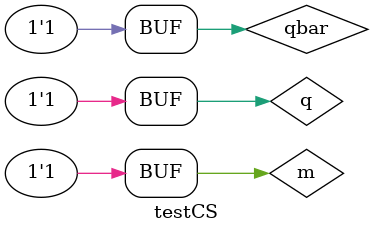
<source format=v>
module cs(m,q,qbar,y);
input m,q,qbar;
output y;
wire mbar,w1,w2;

not (mbar,m);

and (w1,mbar,q);
and (w2,m,qbar);
or (y,w1,w2);
endmodule

module JKFF(q,qb,j,k,clk,clr);
input j,k,clk,clr;
output q,qb;
wire w1,w2,m,mb,w3,w4,clkb;

nand (w1,j,clk,qb,clr);
nand(w2,k,clk,q);
nand(m,w1,mb);
nand(mb,w2,m,clr);

not(clkb,clk);

nand(w3,m,clkb);
nand(w4,mb,clkb);
nand(q,w3,qb);
nand(qb,w4,q,clr);
endmodule

/*
Initially set clr = 0
after first run set clr = 1
*/

module UpDownCounter(m,clk,j,k,q);
input m,clk,j,k;
output [3:0] q;
wire [3:0] qbar;
wire clr,w1,w2,w3;
JKFF f1(q[0],qbar[0],j,k,clk,clr);
cs c1(m,q[0],qbar[0],w1);
JKFF f2(q[1],qbar[1],j,k,w1,clr);
cs c2(m,q[1],qbar[1],w2);
JKFF f3(q[2],qbar[2],j,k,w2,clr);
cs c3(m,q[2],qbar[2],w3);
JKFF f4(q[3],qbar[3],j,k,w3,clr);
endmodule 
module testCS;
reg m,q,qbar;
wire y;
cs c(m,q,qbar,y);
initial 
begin
#5 m = 0; q = 0; qbar = 0;
#100 m = 0; q = 0; qbar = 1;
#100 m = 0; q = 1; qbar = 0;
#100 m = 0; q = 1; qbar = 1;
#100 m = 1; q = 0; qbar = 0;
#100 m = 1; q = 0; qbar = 1;
#100 m = 1; q = 1; qbar = 0;
#100 m = 1; q = 1; qbar = 1;
end
endmodule 

</source>
